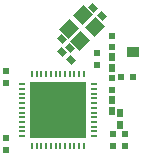
<source format=gtp>
%FSLAX24Y24*%
%MOIN*%
G70*
G01*
G75*
G04 Layer_Color=8421504*
%ADD10R,0.0197X0.0256*%
%ADD11R,0.0197X0.0236*%
%ADD12R,0.0236X0.0197*%
%ADD13R,0.0400X0.0370*%
G04:AMPARAMS|DCode=14|XSize=47.2mil|YSize=43.3mil|CornerRadius=0mil|HoleSize=0mil|Usage=FLASHONLY|Rotation=225.000|XOffset=0mil|YOffset=0mil|HoleType=Round|Shape=Rectangle|*
%AMROTATEDRECTD14*
4,1,4,0.0014,0.0320,0.0320,0.0014,-0.0014,-0.0320,-0.0320,-0.0014,0.0014,0.0320,0.0*
%
%ADD14ROTATEDRECTD14*%

%ADD15O,0.0256X0.0079*%
%ADD16O,0.0079X0.0256*%
%ADD17R,0.1850X0.1850*%
G04:AMPARAMS|DCode=18|XSize=19.7mil|YSize=23.6mil|CornerRadius=0mil|HoleSize=0mil|Usage=FLASHONLY|Rotation=225.000|XOffset=0mil|YOffset=0mil|HoleType=Round|Shape=Rectangle|*
%AMROTATEDRECTD18*
4,1,4,-0.0014,0.0153,0.0153,-0.0014,0.0014,-0.0153,-0.0153,0.0014,-0.0014,0.0153,0.0*
%
%ADD18ROTATEDRECTD18*%

%ADD19C,0.0080*%
%ADD20C,0.0370*%
%ADD21C,0.0090*%
%ADD22C,0.0060*%
%ADD23C,0.0240*%
%ADD24C,0.0260*%
%ADD25C,0.0098*%
%ADD26C,0.0079*%
%ADD27C,0.0050*%
D10*
X1790Y1767D02*
D03*
Y1393D02*
D03*
X2070Y-103D02*
D03*
Y-477D02*
D03*
X1790Y347D02*
D03*
Y-27D02*
D03*
D11*
Y2487D02*
D03*
Y2093D02*
D03*
Y1067D02*
D03*
Y673D02*
D03*
X2220Y-1197D02*
D03*
Y-803D02*
D03*
X1840D02*
D03*
Y-1197D02*
D03*
X-1720Y-923D02*
D03*
Y-1317D02*
D03*
X1290Y1523D02*
D03*
Y1917D02*
D03*
X-1720Y921D02*
D03*
Y1315D02*
D03*
D12*
X2497Y1090D02*
D03*
X2103D02*
D03*
D13*
X2510Y1924D02*
D03*
D14*
X1221Y2782D02*
D03*
X832Y3171D02*
D03*
X748Y2308D02*
D03*
X358Y2698D02*
D03*
D15*
X-1191Y866D02*
D03*
Y709D02*
D03*
Y551D02*
D03*
Y394D02*
D03*
Y236D02*
D03*
Y79D02*
D03*
Y-79D02*
D03*
Y-236D02*
D03*
Y-394D02*
D03*
Y-551D02*
D03*
Y-709D02*
D03*
Y-866D02*
D03*
X1191D02*
D03*
Y-709D02*
D03*
Y-551D02*
D03*
Y-394D02*
D03*
Y-236D02*
D03*
Y-79D02*
D03*
Y79D02*
D03*
Y236D02*
D03*
Y394D02*
D03*
Y551D02*
D03*
Y709D02*
D03*
Y866D02*
D03*
D16*
X-866Y-1191D02*
D03*
X-709D02*
D03*
X-551D02*
D03*
X-394D02*
D03*
X-236D02*
D03*
X-79D02*
D03*
X79D02*
D03*
X236D02*
D03*
X394D02*
D03*
X551D02*
D03*
X709D02*
D03*
X866D02*
D03*
Y1191D02*
D03*
X709D02*
D03*
X551D02*
D03*
X394D02*
D03*
X236D02*
D03*
X79D02*
D03*
X-79D02*
D03*
X-236D02*
D03*
X-394D02*
D03*
X-551D02*
D03*
X-709D02*
D03*
X-866D02*
D03*
D17*
X-0Y0D02*
D03*
D18*
X429Y1661D02*
D03*
X151Y1939D02*
D03*
X409Y2081D02*
D03*
X131Y2359D02*
D03*
X1181Y3409D02*
D03*
X1459Y3131D02*
D03*
M02*

</source>
